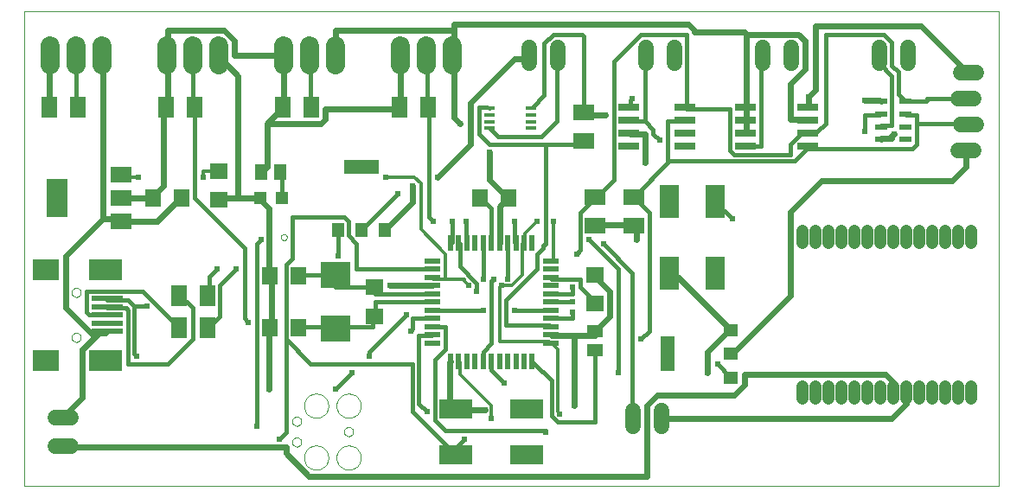
<source format=gtl>
G75*
%MOIN*%
%OFA0B0*%
%FSLAX24Y24*%
%IPPOS*%
%LPD*%
%AMOC8*
5,1,8,0,0,1.08239X$1,22.5*
%
%ADD10C,0.0000*%
%ADD11R,0.0472X0.0472*%
%ADD12R,0.0512X0.0591*%
%ADD13R,0.0709X0.0630*%
%ADD14R,0.0197X0.0591*%
%ADD15R,0.0591X0.0197*%
%ADD16R,0.1250X0.0750*%
%ADD17R,0.0630X0.0709*%
%ADD18R,0.0710X0.0630*%
%ADD19R,0.0630X0.0512*%
%ADD20R,0.1181X0.0984*%
%ADD21R,0.0984X0.0787*%
%ADD22R,0.1299X0.0787*%
%ADD23R,0.1220X0.0197*%
%ADD24R,0.0630X0.0787*%
%ADD25R,0.0790X0.0590*%
%ADD26R,0.0790X0.1500*%
%ADD27C,0.0476*%
%ADD28R,0.0750X0.1250*%
%ADD29C,0.0600*%
%ADD30R,0.0787X0.0630*%
%ADD31R,0.0800X0.0260*%
%ADD32R,0.0472X0.0197*%
%ADD33R,0.0551X0.0472*%
%ADD34R,0.0551X0.1378*%
%ADD35R,0.0472X0.0551*%
%ADD36R,0.1378X0.0551*%
%ADD37C,0.0740*%
%ADD38R,0.0394X0.0177*%
%ADD39C,0.0240*%
%ADD40C,0.0240*%
%ADD41C,0.0180*%
%ADD42C,0.0160*%
%ADD43C,0.0120*%
D10*
X003100Y000100D02*
X003100Y018396D01*
X040670Y018396D01*
X040670Y000100D01*
X003100Y000100D01*
X004923Y005834D02*
X004925Y005860D01*
X004931Y005886D01*
X004941Y005911D01*
X004954Y005934D01*
X004970Y005954D01*
X004990Y005972D01*
X005012Y005987D01*
X005035Y005999D01*
X005061Y006007D01*
X005087Y006011D01*
X005113Y006011D01*
X005139Y006007D01*
X005165Y005999D01*
X005189Y005987D01*
X005210Y005972D01*
X005230Y005954D01*
X005246Y005934D01*
X005259Y005911D01*
X005269Y005886D01*
X005275Y005860D01*
X005277Y005834D01*
X005275Y005808D01*
X005269Y005782D01*
X005259Y005757D01*
X005246Y005734D01*
X005230Y005714D01*
X005210Y005696D01*
X005188Y005681D01*
X005165Y005669D01*
X005139Y005661D01*
X005113Y005657D01*
X005087Y005657D01*
X005061Y005661D01*
X005035Y005669D01*
X005011Y005681D01*
X004990Y005696D01*
X004970Y005714D01*
X004954Y005734D01*
X004941Y005757D01*
X004931Y005782D01*
X004925Y005808D01*
X004923Y005834D01*
X004923Y007566D02*
X004925Y007592D01*
X004931Y007618D01*
X004941Y007643D01*
X004954Y007666D01*
X004970Y007686D01*
X004990Y007704D01*
X005012Y007719D01*
X005035Y007731D01*
X005061Y007739D01*
X005087Y007743D01*
X005113Y007743D01*
X005139Y007739D01*
X005165Y007731D01*
X005189Y007719D01*
X005210Y007704D01*
X005230Y007686D01*
X005246Y007666D01*
X005259Y007643D01*
X005269Y007618D01*
X005275Y007592D01*
X005277Y007566D01*
X005275Y007540D01*
X005269Y007514D01*
X005259Y007489D01*
X005246Y007466D01*
X005230Y007446D01*
X005210Y007428D01*
X005188Y007413D01*
X005165Y007401D01*
X005139Y007393D01*
X005113Y007389D01*
X005087Y007389D01*
X005061Y007393D01*
X005035Y007401D01*
X005011Y007413D01*
X004990Y007428D01*
X004970Y007446D01*
X004954Y007466D01*
X004941Y007489D01*
X004931Y007514D01*
X004925Y007540D01*
X004923Y007566D01*
X012982Y009700D02*
X012984Y009721D01*
X012990Y009741D01*
X012999Y009761D01*
X013011Y009778D01*
X013026Y009792D01*
X013044Y009804D01*
X013064Y009812D01*
X013084Y009817D01*
X013105Y009818D01*
X013126Y009815D01*
X013146Y009809D01*
X013165Y009798D01*
X013182Y009785D01*
X013195Y009769D01*
X013206Y009751D01*
X013214Y009731D01*
X013218Y009711D01*
X013218Y009689D01*
X013214Y009669D01*
X013206Y009649D01*
X013195Y009631D01*
X013182Y009615D01*
X013165Y009602D01*
X013146Y009591D01*
X013126Y009585D01*
X013105Y009582D01*
X013084Y009583D01*
X013064Y009588D01*
X013044Y009596D01*
X013026Y009608D01*
X013011Y009622D01*
X012999Y009639D01*
X012990Y009659D01*
X012984Y009679D01*
X012982Y009700D01*
X013883Y003200D02*
X013885Y003243D01*
X013891Y003286D01*
X013901Y003328D01*
X013915Y003369D01*
X013932Y003408D01*
X013953Y003446D01*
X013977Y003481D01*
X014005Y003515D01*
X014035Y003545D01*
X014069Y003573D01*
X014104Y003597D01*
X014142Y003618D01*
X014181Y003635D01*
X014222Y003649D01*
X014264Y003659D01*
X014307Y003665D01*
X014350Y003667D01*
X014393Y003665D01*
X014436Y003659D01*
X014478Y003649D01*
X014519Y003635D01*
X014558Y003618D01*
X014596Y003597D01*
X014631Y003573D01*
X014665Y003545D01*
X014695Y003515D01*
X014723Y003481D01*
X014747Y003446D01*
X014768Y003408D01*
X014785Y003369D01*
X014799Y003328D01*
X014809Y003286D01*
X014815Y003243D01*
X014817Y003200D01*
X014815Y003157D01*
X014809Y003114D01*
X014799Y003072D01*
X014785Y003031D01*
X014768Y002992D01*
X014747Y002954D01*
X014723Y002919D01*
X014695Y002885D01*
X014665Y002855D01*
X014631Y002827D01*
X014596Y002803D01*
X014558Y002782D01*
X014519Y002765D01*
X014478Y002751D01*
X014436Y002741D01*
X014393Y002735D01*
X014350Y002733D01*
X014307Y002735D01*
X014264Y002741D01*
X014222Y002751D01*
X014181Y002765D01*
X014142Y002782D01*
X014104Y002803D01*
X014069Y002827D01*
X014035Y002855D01*
X014005Y002885D01*
X013977Y002919D01*
X013953Y002954D01*
X013932Y002992D01*
X013915Y003031D01*
X013901Y003072D01*
X013891Y003114D01*
X013885Y003157D01*
X013883Y003200D01*
X013425Y002600D02*
X013427Y002626D01*
X013433Y002652D01*
X013442Y002676D01*
X013455Y002699D01*
X013472Y002719D01*
X013491Y002737D01*
X013513Y002752D01*
X013536Y002763D01*
X013561Y002771D01*
X013587Y002775D01*
X013613Y002775D01*
X013639Y002771D01*
X013664Y002763D01*
X013688Y002752D01*
X013709Y002737D01*
X013728Y002719D01*
X013745Y002699D01*
X013758Y002676D01*
X013767Y002652D01*
X013773Y002626D01*
X013775Y002600D01*
X013773Y002574D01*
X013767Y002548D01*
X013758Y002524D01*
X013745Y002501D01*
X013728Y002481D01*
X013709Y002463D01*
X013687Y002448D01*
X013664Y002437D01*
X013639Y002429D01*
X013613Y002425D01*
X013587Y002425D01*
X013561Y002429D01*
X013536Y002437D01*
X013512Y002448D01*
X013491Y002463D01*
X013472Y002481D01*
X013455Y002501D01*
X013442Y002524D01*
X013433Y002548D01*
X013427Y002574D01*
X013425Y002600D01*
X013425Y001800D02*
X013427Y001826D01*
X013433Y001852D01*
X013442Y001876D01*
X013455Y001899D01*
X013472Y001919D01*
X013491Y001937D01*
X013513Y001952D01*
X013536Y001963D01*
X013561Y001971D01*
X013587Y001975D01*
X013613Y001975D01*
X013639Y001971D01*
X013664Y001963D01*
X013688Y001952D01*
X013709Y001937D01*
X013728Y001919D01*
X013745Y001899D01*
X013758Y001876D01*
X013767Y001852D01*
X013773Y001826D01*
X013775Y001800D01*
X013773Y001774D01*
X013767Y001748D01*
X013758Y001724D01*
X013745Y001701D01*
X013728Y001681D01*
X013709Y001663D01*
X013687Y001648D01*
X013664Y001637D01*
X013639Y001629D01*
X013613Y001625D01*
X013587Y001625D01*
X013561Y001629D01*
X013536Y001637D01*
X013512Y001648D01*
X013491Y001663D01*
X013472Y001681D01*
X013455Y001701D01*
X013442Y001724D01*
X013433Y001748D01*
X013427Y001774D01*
X013425Y001800D01*
X013883Y001200D02*
X013885Y001243D01*
X013891Y001286D01*
X013901Y001328D01*
X013915Y001369D01*
X013932Y001408D01*
X013953Y001446D01*
X013977Y001481D01*
X014005Y001515D01*
X014035Y001545D01*
X014069Y001573D01*
X014104Y001597D01*
X014142Y001618D01*
X014181Y001635D01*
X014222Y001649D01*
X014264Y001659D01*
X014307Y001665D01*
X014350Y001667D01*
X014393Y001665D01*
X014436Y001659D01*
X014478Y001649D01*
X014519Y001635D01*
X014558Y001618D01*
X014596Y001597D01*
X014631Y001573D01*
X014665Y001545D01*
X014695Y001515D01*
X014723Y001481D01*
X014747Y001446D01*
X014768Y001408D01*
X014785Y001369D01*
X014799Y001328D01*
X014809Y001286D01*
X014815Y001243D01*
X014817Y001200D01*
X014815Y001157D01*
X014809Y001114D01*
X014799Y001072D01*
X014785Y001031D01*
X014768Y000992D01*
X014747Y000954D01*
X014723Y000919D01*
X014695Y000885D01*
X014665Y000855D01*
X014631Y000827D01*
X014596Y000803D01*
X014558Y000782D01*
X014519Y000765D01*
X014478Y000751D01*
X014436Y000741D01*
X014393Y000735D01*
X014350Y000733D01*
X014307Y000735D01*
X014264Y000741D01*
X014222Y000751D01*
X014181Y000765D01*
X014142Y000782D01*
X014104Y000803D01*
X014069Y000827D01*
X014035Y000855D01*
X014005Y000885D01*
X013977Y000919D01*
X013953Y000954D01*
X013932Y000992D01*
X013915Y001031D01*
X013901Y001072D01*
X013891Y001114D01*
X013885Y001157D01*
X013883Y001200D01*
X015133Y001200D02*
X015135Y001243D01*
X015141Y001286D01*
X015151Y001328D01*
X015165Y001369D01*
X015182Y001408D01*
X015203Y001446D01*
X015227Y001481D01*
X015255Y001515D01*
X015285Y001545D01*
X015319Y001573D01*
X015354Y001597D01*
X015392Y001618D01*
X015431Y001635D01*
X015472Y001649D01*
X015514Y001659D01*
X015557Y001665D01*
X015600Y001667D01*
X015643Y001665D01*
X015686Y001659D01*
X015728Y001649D01*
X015769Y001635D01*
X015808Y001618D01*
X015846Y001597D01*
X015881Y001573D01*
X015915Y001545D01*
X015945Y001515D01*
X015973Y001481D01*
X015997Y001446D01*
X016018Y001408D01*
X016035Y001369D01*
X016049Y001328D01*
X016059Y001286D01*
X016065Y001243D01*
X016067Y001200D01*
X016065Y001157D01*
X016059Y001114D01*
X016049Y001072D01*
X016035Y001031D01*
X016018Y000992D01*
X015997Y000954D01*
X015973Y000919D01*
X015945Y000885D01*
X015915Y000855D01*
X015881Y000827D01*
X015846Y000803D01*
X015808Y000782D01*
X015769Y000765D01*
X015728Y000751D01*
X015686Y000741D01*
X015643Y000735D01*
X015600Y000733D01*
X015557Y000735D01*
X015514Y000741D01*
X015472Y000751D01*
X015431Y000765D01*
X015392Y000782D01*
X015354Y000803D01*
X015319Y000827D01*
X015285Y000855D01*
X015255Y000885D01*
X015227Y000919D01*
X015203Y000954D01*
X015182Y000992D01*
X015165Y001031D01*
X015151Y001072D01*
X015141Y001114D01*
X015135Y001157D01*
X015133Y001200D01*
X015425Y002200D02*
X015427Y002226D01*
X015433Y002252D01*
X015442Y002276D01*
X015455Y002299D01*
X015472Y002319D01*
X015491Y002337D01*
X015513Y002352D01*
X015536Y002363D01*
X015561Y002371D01*
X015587Y002375D01*
X015613Y002375D01*
X015639Y002371D01*
X015664Y002363D01*
X015688Y002352D01*
X015709Y002337D01*
X015728Y002319D01*
X015745Y002299D01*
X015758Y002276D01*
X015767Y002252D01*
X015773Y002226D01*
X015775Y002200D01*
X015773Y002174D01*
X015767Y002148D01*
X015758Y002124D01*
X015745Y002101D01*
X015728Y002081D01*
X015709Y002063D01*
X015687Y002048D01*
X015664Y002037D01*
X015639Y002029D01*
X015613Y002025D01*
X015587Y002025D01*
X015561Y002029D01*
X015536Y002037D01*
X015512Y002048D01*
X015491Y002063D01*
X015472Y002081D01*
X015455Y002101D01*
X015442Y002124D01*
X015433Y002148D01*
X015427Y002174D01*
X015425Y002200D01*
X015133Y003200D02*
X015135Y003243D01*
X015141Y003286D01*
X015151Y003328D01*
X015165Y003369D01*
X015182Y003408D01*
X015203Y003446D01*
X015227Y003481D01*
X015255Y003515D01*
X015285Y003545D01*
X015319Y003573D01*
X015354Y003597D01*
X015392Y003618D01*
X015431Y003635D01*
X015472Y003649D01*
X015514Y003659D01*
X015557Y003665D01*
X015600Y003667D01*
X015643Y003665D01*
X015686Y003659D01*
X015728Y003649D01*
X015769Y003635D01*
X015808Y003618D01*
X015846Y003597D01*
X015881Y003573D01*
X015915Y003545D01*
X015945Y003515D01*
X015973Y003481D01*
X015997Y003446D01*
X016018Y003408D01*
X016035Y003369D01*
X016049Y003328D01*
X016059Y003286D01*
X016065Y003243D01*
X016067Y003200D01*
X016065Y003157D01*
X016059Y003114D01*
X016049Y003072D01*
X016035Y003031D01*
X016018Y002992D01*
X015997Y002954D01*
X015973Y002919D01*
X015945Y002885D01*
X015915Y002855D01*
X015881Y002827D01*
X015846Y002803D01*
X015808Y002782D01*
X015769Y002765D01*
X015728Y002751D01*
X015686Y002741D01*
X015643Y002735D01*
X015600Y002733D01*
X015557Y002735D01*
X015514Y002741D01*
X015472Y002751D01*
X015431Y002765D01*
X015392Y002782D01*
X015354Y002803D01*
X015319Y002827D01*
X015285Y002855D01*
X015255Y002885D01*
X015227Y002919D01*
X015203Y002954D01*
X015182Y002992D01*
X015165Y003031D01*
X015151Y003072D01*
X015141Y003114D01*
X015135Y003157D01*
X015133Y003200D01*
D11*
X013013Y011200D03*
X012187Y011200D03*
D12*
X012226Y012200D03*
X012974Y012200D03*
D13*
X010600Y012251D03*
X010600Y011149D03*
X025100Y008251D03*
X025100Y007149D03*
D14*
X022675Y004917D03*
X022360Y004917D03*
X022045Y004917D03*
X021730Y004917D03*
X021415Y004917D03*
X021100Y004917D03*
X020785Y004917D03*
X020470Y004917D03*
X020155Y004917D03*
X019840Y004917D03*
X019525Y004917D03*
X019525Y009483D03*
X019840Y009483D03*
X020155Y009483D03*
X020470Y009483D03*
X020785Y009483D03*
X021100Y009483D03*
X021415Y009483D03*
X021730Y009483D03*
X022045Y009483D03*
X022360Y009483D03*
X022675Y009483D03*
D15*
X023383Y008775D03*
X023383Y008460D03*
X023383Y008145D03*
X023383Y007830D03*
X023383Y007515D03*
X023383Y007200D03*
X023383Y006885D03*
X023383Y006570D03*
X023383Y006255D03*
X023383Y005940D03*
X023383Y005625D03*
X018817Y005625D03*
X018817Y005940D03*
X018817Y006255D03*
X018817Y006570D03*
X018817Y006885D03*
X018817Y007200D03*
X018817Y007515D03*
X018817Y007830D03*
X018817Y008145D03*
X018817Y008460D03*
X018817Y008775D03*
D16*
X019725Y003075D03*
X019725Y001325D03*
X022475Y001325D03*
X022475Y003075D03*
D17*
X013651Y006200D03*
X012549Y006200D03*
X012549Y008200D03*
X013651Y008200D03*
X009151Y011200D03*
X008049Y011200D03*
X020674Y011200D03*
X021776Y011200D03*
D18*
X016600Y007760D03*
X016600Y006640D03*
D19*
X025100Y006074D03*
X025100Y005326D03*
D20*
X015100Y006190D03*
X015100Y008249D03*
D21*
X003919Y008452D03*
X003919Y004948D03*
D22*
X006242Y004948D03*
X006242Y008452D03*
D23*
X006281Y007330D03*
X006281Y007015D03*
X006281Y006700D03*
X006281Y006385D03*
X006281Y006070D03*
D24*
X009049Y006200D03*
X010151Y006200D03*
X010151Y007450D03*
X009049Y007450D03*
X008549Y014700D03*
X009651Y014700D03*
X013049Y014700D03*
X014151Y014700D03*
X017549Y014700D03*
X018651Y014700D03*
X005151Y014700D03*
X004049Y014700D03*
D25*
X006840Y012110D03*
X006840Y011210D03*
X006840Y010310D03*
D26*
X004360Y011200D03*
D27*
X033100Y009938D02*
X033100Y009462D01*
X033600Y009462D02*
X033600Y009938D01*
X034100Y009938D02*
X034100Y009462D01*
X034600Y009462D02*
X034600Y009938D01*
X035100Y009938D02*
X035100Y009462D01*
X035600Y009462D02*
X035600Y009938D01*
X036100Y009938D02*
X036100Y009462D01*
X036600Y009462D02*
X036600Y009938D01*
X037100Y009938D02*
X037100Y009462D01*
X037600Y009462D02*
X037600Y009938D01*
X038100Y009938D02*
X038100Y009462D01*
X038600Y009462D02*
X038600Y009938D01*
X039100Y009938D02*
X039100Y009462D01*
X039600Y009462D02*
X039600Y009938D01*
X039600Y003938D02*
X039600Y003462D01*
X039100Y003462D02*
X039100Y003938D01*
X038600Y003938D02*
X038600Y003462D01*
X038100Y003462D02*
X038100Y003938D01*
X037600Y003938D02*
X037600Y003462D01*
X037100Y003462D02*
X037100Y003938D01*
X036600Y003938D02*
X036600Y003462D01*
X036100Y003462D02*
X036100Y003938D01*
X035600Y003938D02*
X035600Y003462D01*
X035100Y003462D02*
X035100Y003938D01*
X034600Y003938D02*
X034600Y003462D01*
X034100Y003462D02*
X034100Y003938D01*
X033600Y003938D02*
X033600Y003462D01*
X033100Y003462D02*
X033100Y003938D01*
D28*
X029725Y008325D03*
X027975Y008325D03*
X027975Y011075D03*
X029725Y011075D03*
D29*
X028150Y016400D02*
X028150Y017000D01*
X027050Y017000D02*
X027050Y016400D01*
X023650Y016400D02*
X023650Y017000D01*
X022550Y017000D02*
X022550Y016400D01*
X031550Y016400D02*
X031550Y017000D01*
X032650Y017000D02*
X032650Y016400D01*
X036050Y016400D02*
X036050Y017000D01*
X037150Y017000D02*
X037150Y016400D01*
X039180Y016040D02*
X039780Y016040D01*
X039680Y015040D02*
X039080Y015040D01*
X039180Y014040D02*
X039780Y014040D01*
X039680Y013040D02*
X039080Y013040D01*
X027650Y003000D02*
X027650Y002400D01*
X026550Y002400D02*
X026550Y003000D01*
X004900Y002750D02*
X004300Y002750D01*
X004300Y001650D02*
X004900Y001650D01*
D30*
X024660Y013409D03*
X024660Y014511D03*
X025100Y011251D03*
X025100Y010149D03*
X026600Y010149D03*
X026600Y011251D03*
D31*
X026390Y013200D03*
X026390Y013700D03*
X026390Y014200D03*
X026390Y014700D03*
X028560Y014700D03*
X028560Y014200D03*
X028560Y013700D03*
X028560Y013200D03*
X030890Y013200D03*
X030890Y013700D03*
X030890Y014200D03*
X030890Y014700D03*
X033310Y014700D03*
X033310Y014200D03*
X033310Y013700D03*
X033310Y013200D03*
D32*
X036128Y013462D03*
X036128Y013954D03*
X036128Y014446D03*
X036128Y014938D03*
X037072Y014938D03*
X037072Y014446D03*
X037072Y013954D03*
X037072Y013462D03*
D33*
X030320Y006110D03*
X030320Y005200D03*
X030320Y004290D03*
D34*
X027880Y005200D03*
D35*
X017010Y009980D03*
X016100Y009980D03*
X015190Y009980D03*
D36*
X016100Y012420D03*
D37*
X015100Y016330D02*
X015100Y017070D01*
X014100Y017070D02*
X014100Y016330D01*
X013100Y016330D02*
X013100Y017070D01*
X010600Y017070D02*
X010600Y016330D01*
X009600Y016330D02*
X009600Y017070D01*
X008600Y017070D02*
X008600Y016330D01*
X006100Y016330D02*
X006100Y017070D01*
X005100Y017070D02*
X005100Y016330D01*
X004100Y016330D02*
X004100Y017070D01*
X017600Y017070D02*
X017600Y016330D01*
X018600Y016330D02*
X018600Y017070D01*
X019600Y017070D02*
X019600Y016330D01*
D38*
X021013Y014664D03*
X021013Y014408D03*
X021013Y014152D03*
X021013Y013896D03*
X022627Y013896D03*
X022627Y014152D03*
X022627Y014408D03*
X022627Y014664D03*
D39*
X021980Y016560D02*
X020300Y014880D01*
X020300Y013280D01*
X019020Y012000D01*
X018060Y011680D02*
X018060Y011040D01*
X017020Y010000D01*
X017010Y009980D01*
X017180Y007840D02*
X018780Y007840D01*
X018817Y007830D01*
X021415Y009483D02*
X021420Y009520D01*
X021420Y010880D01*
X021740Y011200D01*
X021776Y011200D01*
X021660Y011280D01*
X021020Y011920D01*
X021020Y012960D01*
X019900Y014080D02*
X019660Y014320D01*
X019660Y016640D01*
X019600Y016700D01*
X019660Y016800D01*
X019660Y017680D01*
X015100Y017680D01*
X015100Y016700D01*
X013100Y016700D02*
X013020Y016720D01*
X011180Y016720D01*
X011180Y017280D01*
X010780Y017680D01*
X008620Y017680D01*
X008620Y016800D01*
X008600Y016700D01*
X008620Y016640D01*
X008620Y014720D01*
X008549Y014700D01*
X008460Y014640D01*
X008460Y011680D01*
X008060Y011280D01*
X008049Y011200D01*
X006860Y011200D01*
X006840Y011210D01*
X006780Y010400D02*
X006140Y010400D01*
X004700Y008960D01*
X004700Y006960D01*
X005820Y005840D01*
X005340Y005360D01*
X005340Y003520D01*
X004620Y002800D01*
X004600Y002750D01*
X004600Y001650D02*
X004620Y001600D01*
X013180Y001600D01*
X013180Y001360D01*
X014060Y000480D01*
X027100Y000480D01*
X027100Y003200D01*
X027500Y003600D01*
X030460Y003600D01*
X030860Y004000D01*
X030860Y004400D01*
X036300Y004400D01*
X036620Y004080D01*
X036620Y003760D01*
X036600Y003700D01*
X037100Y003700D02*
X037100Y003280D01*
X036540Y002720D01*
X027740Y002720D01*
X027650Y002700D01*
X027660Y002640D01*
X029420Y004480D02*
X029420Y005280D01*
X030220Y006080D01*
X030320Y006110D01*
X030300Y006160D01*
X028140Y008320D01*
X027980Y008320D01*
X027975Y008325D01*
X026700Y009600D02*
X026700Y010080D01*
X026600Y010149D01*
X026540Y010160D01*
X025100Y010160D01*
X025100Y010149D01*
X025100Y008251D02*
X025100Y008160D01*
X025660Y007600D01*
X025660Y006640D01*
X025180Y006160D01*
X025100Y006074D01*
X025100Y005920D01*
X024300Y005920D01*
X024300Y003200D01*
X020860Y003040D02*
X019820Y003040D01*
X019725Y003075D01*
X019660Y003120D01*
X019500Y003280D01*
X019500Y004880D01*
X019525Y004917D01*
X023383Y005940D02*
X023420Y005920D01*
X024300Y005920D01*
X030320Y005200D02*
X030380Y005200D01*
X032620Y007440D01*
X032620Y010680D01*
X033820Y011880D01*
X038860Y011880D01*
X039380Y012400D01*
X039380Y013040D01*
X039340Y013040D01*
X036620Y013680D02*
X036540Y013600D01*
X036540Y013520D01*
X036140Y013520D01*
X036128Y013462D01*
X036128Y014938D02*
X036060Y014960D01*
X035500Y014960D01*
X033580Y015360D02*
X033340Y015120D01*
X033340Y014720D01*
X033310Y014700D01*
X033260Y014240D02*
X033310Y014200D01*
X033260Y014240D02*
X032620Y014240D01*
X032620Y015600D01*
X033180Y016160D01*
X033180Y017280D01*
X032940Y017520D01*
X030940Y017520D01*
X030860Y017600D01*
X028940Y017600D01*
X028940Y017680D01*
X028700Y017920D01*
X019660Y017920D01*
X019660Y017680D01*
X017600Y016700D02*
X017580Y016640D01*
X017580Y014720D01*
X017549Y014700D01*
X017500Y014640D01*
X014700Y014640D01*
X014700Y014240D01*
X014540Y014080D01*
X012620Y014080D01*
X012540Y014160D01*
X012460Y014080D01*
X012460Y012400D01*
X012300Y012240D01*
X012226Y012200D01*
X012187Y011200D02*
X011340Y011200D01*
X011340Y015920D01*
X010620Y016640D01*
X010600Y016700D01*
X013100Y016700D02*
X013100Y014800D01*
X013049Y014700D01*
X013020Y014640D01*
X012540Y014160D01*
X012187Y011200D02*
X012220Y011120D01*
X012540Y010800D01*
X012540Y008320D01*
X012549Y008200D01*
X012620Y008160D01*
X012620Y006240D01*
X012549Y006200D01*
X012540Y006080D01*
X012540Y003840D01*
X006281Y006070D02*
X006220Y006000D01*
X005980Y006000D01*
X005820Y005840D01*
X006140Y010400D02*
X006140Y016640D01*
X006100Y016700D01*
X004100Y016700D02*
X004060Y016640D01*
X004060Y014720D01*
X004049Y014700D01*
X008220Y010320D02*
X009100Y011200D01*
X009151Y011200D01*
X008220Y010320D02*
X006860Y010320D01*
X006840Y010310D01*
X006780Y010400D01*
X010600Y011149D02*
X010620Y011200D01*
X011340Y011200D01*
X021980Y016560D02*
X022460Y016560D01*
X022550Y016700D01*
X022540Y016640D01*
X024620Y014560D02*
X024660Y014511D01*
X024700Y014400D01*
X025500Y014400D01*
X026390Y013700D02*
X026460Y013680D01*
X027020Y013680D01*
X027020Y012560D01*
X030890Y013700D02*
X030940Y013760D01*
X030940Y014160D01*
X030890Y014200D01*
X030940Y014240D01*
X030940Y014640D01*
X030890Y014700D01*
X030940Y014800D01*
X030940Y017520D01*
X033580Y017840D02*
X033580Y015360D01*
X033580Y017840D02*
X037660Y017840D01*
X039420Y016080D01*
X039480Y016040D01*
D40*
X036620Y013680D03*
X035500Y013760D03*
X035500Y014960D03*
X033340Y015120D03*
X027580Y013440D03*
X027020Y012560D03*
X025500Y014400D03*
X026540Y015040D03*
X021020Y012960D03*
X019900Y014080D03*
X019020Y012000D03*
X018060Y011680D03*
X017500Y011360D03*
X017020Y012000D03*
X018860Y010320D03*
X019580Y010320D03*
X020140Y010320D03*
X021980Y010320D03*
X022860Y010320D03*
X023500Y010320D03*
X024860Y009600D03*
X025420Y009440D03*
X024380Y009040D03*
X024220Y007760D03*
X024220Y007200D03*
X024220Y006800D03*
X021980Y006880D03*
X020780Y006880D03*
X020540Y007600D03*
X020220Y007840D03*
X020780Y008080D03*
X021180Y008080D03*
X021500Y007840D03*
X021740Y008080D03*
X017980Y006080D03*
X017820Y006720D03*
X017180Y007840D03*
X015180Y008960D03*
X012220Y009600D03*
X011260Y008480D03*
X010540Y008480D03*
X007820Y007040D03*
X007420Y005120D03*
X011740Y006400D03*
X012540Y003840D03*
X012060Y002400D03*
X012940Y001920D03*
X015100Y003840D03*
X015740Y004480D03*
X016380Y005120D03*
X018620Y002960D03*
X020060Y001920D03*
X021100Y002720D03*
X020860Y003040D03*
X021580Y004080D03*
X023740Y002880D03*
X024300Y003200D03*
X023180Y002160D03*
X025980Y004480D03*
X026860Y005760D03*
X029420Y004480D03*
X029820Y004800D03*
X026700Y009600D03*
X030380Y010400D03*
X009980Y012000D03*
X007500Y012000D03*
D41*
X009660Y011200D02*
X009660Y014640D01*
X009651Y014700D01*
X009580Y014720D01*
X009580Y016640D01*
X009600Y016700D01*
X005100Y016700D02*
X005100Y014720D01*
X005151Y014700D01*
X009660Y011200D02*
X011580Y009280D01*
X011580Y006560D01*
X011740Y006400D01*
X010620Y006640D02*
X010220Y006240D01*
X010151Y006200D01*
X010620Y006640D02*
X010620Y007840D01*
X011260Y008480D01*
X010540Y008480D02*
X010220Y008160D01*
X010220Y007520D01*
X010151Y007450D01*
X009580Y006960D02*
X009580Y005760D01*
X008620Y004800D01*
X007100Y004800D01*
X007100Y006880D01*
X007020Y006960D01*
X006300Y006960D01*
X006281Y007015D01*
X006300Y007280D02*
X006281Y007330D01*
X006300Y007280D02*
X007100Y007280D01*
X007340Y007040D01*
X007820Y007040D01*
X007340Y007040D02*
X007340Y005200D01*
X007420Y005120D01*
X009020Y006240D02*
X009049Y006200D01*
X009020Y006240D02*
X007660Y007600D01*
X005500Y007600D01*
X005500Y006800D01*
X005580Y006720D01*
X006220Y006720D01*
X006281Y006700D01*
X009049Y007450D02*
X009100Y007440D01*
X009580Y006960D01*
X012060Y009440D02*
X012060Y002400D01*
X012940Y001920D02*
X013180Y002160D01*
X013180Y005760D01*
X014140Y004800D01*
X018060Y004800D01*
X018060Y002960D01*
X019660Y001360D01*
X019725Y001325D01*
X019660Y001440D01*
X019660Y001520D01*
X020060Y001920D01*
X019340Y002240D02*
X023180Y002240D01*
X023180Y002160D01*
X023660Y002560D02*
X025100Y002560D01*
X025100Y005326D01*
X025980Y004480D02*
X025980Y008480D01*
X024860Y009600D01*
X024540Y009200D02*
X024540Y010640D01*
X025100Y011200D01*
X025100Y011251D01*
X025180Y011280D01*
X025820Y011920D01*
X025820Y016480D01*
X026860Y017520D01*
X028620Y017520D01*
X028620Y014720D01*
X028560Y014700D01*
X028620Y014640D01*
X030300Y014640D01*
X030300Y013040D01*
X030460Y012880D01*
X032620Y012880D01*
X032620Y013280D01*
X033020Y013680D01*
X033260Y013680D01*
X033310Y013700D01*
X033340Y013760D01*
X033660Y013760D01*
X033980Y014080D01*
X033980Y017520D01*
X036220Y017520D01*
X036540Y017200D01*
X036540Y016320D01*
X036780Y016080D01*
X036780Y015200D01*
X037020Y014960D01*
X037072Y014938D01*
X037072Y014446D02*
X037100Y014400D01*
X037500Y014400D01*
X037500Y014080D01*
X039420Y014080D01*
X039480Y014040D01*
X039380Y015040D02*
X037900Y015040D01*
X037900Y014960D01*
X037862Y014938D01*
X037500Y014080D02*
X037500Y013280D01*
X037340Y013120D01*
X033340Y013120D01*
X033340Y013200D01*
X033310Y013200D01*
X033260Y013120D01*
X032780Y012640D01*
X027900Y012640D01*
X027900Y014160D01*
X028540Y014160D01*
X028560Y014200D01*
X027580Y013440D02*
X027340Y013680D01*
X027340Y013840D01*
X027020Y014160D01*
X027020Y016640D01*
X027050Y016700D01*
X026540Y015040D02*
X026460Y014960D01*
X026460Y014720D01*
X026390Y014700D01*
X026390Y014200D02*
X026460Y014160D01*
X027020Y014160D01*
X027900Y012640D02*
X027900Y012560D01*
X026620Y011280D01*
X026600Y011251D01*
X026620Y011200D01*
X027180Y010640D01*
X027180Y006080D01*
X026860Y005760D01*
X025100Y007149D02*
X025100Y007200D01*
X024540Y007760D01*
X024540Y008080D01*
X023420Y008080D01*
X023383Y008145D01*
X022860Y008480D02*
X022860Y009040D01*
X023100Y009280D01*
X023100Y009360D01*
X023180Y009440D01*
X023180Y013280D01*
X021020Y013280D01*
X020620Y013680D01*
X020620Y014720D01*
X020940Y014720D01*
X021013Y014664D01*
X018700Y014640D02*
X018651Y014700D01*
X018620Y014720D01*
X018620Y016640D01*
X018600Y016700D01*
X018700Y014640D02*
X018700Y010480D01*
X018860Y010320D01*
X019580Y010320D02*
X019580Y009520D01*
X019525Y009483D01*
X019840Y009483D02*
X019900Y009440D01*
X019900Y008560D01*
X020540Y007920D01*
X020540Y007600D01*
X020780Y008080D02*
X020780Y009440D01*
X020785Y009483D01*
X021100Y009483D02*
X021100Y010800D01*
X020700Y011200D01*
X020674Y011200D01*
X020140Y010320D02*
X020140Y009520D01*
X020155Y009483D01*
X018817Y008460D02*
X018780Y008480D01*
X015900Y008480D01*
X015900Y009440D01*
X015580Y009760D01*
X015580Y010320D01*
X015420Y010480D01*
X013420Y010480D01*
X013420Y008880D01*
X013180Y008640D01*
X013180Y005760D01*
X013651Y006200D02*
X013660Y006240D01*
X015100Y006240D01*
X015100Y006190D01*
X015180Y006240D01*
X016540Y006240D01*
X016540Y006640D01*
X016600Y006640D01*
X016620Y006720D01*
X016620Y007200D01*
X018817Y007200D01*
X018817Y007515D02*
X018780Y007520D01*
X016620Y007520D01*
X016620Y007680D01*
X016600Y007760D01*
X016540Y007760D01*
X015100Y007760D01*
X015100Y008249D01*
X015100Y008240D01*
X013660Y008240D01*
X013651Y008200D01*
X015180Y008960D02*
X015180Y009920D01*
X015190Y009980D01*
X016100Y009980D02*
X016140Y010000D01*
X017500Y011360D01*
X013020Y011200D02*
X013013Y011200D01*
X013020Y011200D02*
X013020Y012160D01*
X012974Y012200D01*
X014151Y014700D02*
X014140Y014720D01*
X014140Y016640D01*
X014100Y016700D01*
X023180Y013280D02*
X024620Y013280D01*
X024620Y013360D01*
X024660Y013409D01*
X021980Y010320D02*
X021980Y009520D01*
X022045Y009483D01*
X021740Y009440D02*
X021730Y009483D01*
X021740Y009440D02*
X021740Y008080D01*
X021180Y008080D02*
X021100Y008000D01*
X021100Y005600D01*
X020780Y005280D01*
X020780Y004960D01*
X020785Y004917D01*
X021100Y004917D02*
X021100Y004560D01*
X021580Y004080D01*
X022700Y004880D02*
X022675Y004917D01*
X022700Y004880D02*
X023420Y004160D01*
X023420Y002800D01*
X023660Y002560D01*
X026540Y002720D02*
X026550Y002700D01*
X026540Y002720D02*
X026540Y008320D01*
X025420Y009440D01*
X024540Y009200D02*
X024380Y009040D01*
X022860Y008480D02*
X021660Y007280D01*
X021660Y006320D01*
X023340Y006320D01*
X023383Y006255D01*
X023420Y006560D02*
X023383Y006570D01*
X023420Y006560D02*
X024220Y006560D01*
X024220Y006800D01*
X024220Y007200D02*
X023383Y007200D01*
X023383Y006885D02*
X023340Y006880D01*
X021980Y006880D01*
X020780Y006880D02*
X018860Y006880D01*
X018817Y006885D01*
X018817Y006570D02*
X018780Y006560D01*
X018060Y006560D01*
X018060Y006160D01*
X017980Y006080D01*
X018300Y005920D02*
X018300Y003280D01*
X018620Y002960D01*
X018940Y002640D02*
X019340Y002240D01*
X018940Y002640D02*
X018940Y004960D01*
X019340Y005360D01*
X019340Y006240D01*
X018860Y006240D01*
X018817Y006255D01*
X018817Y005940D02*
X018780Y005920D01*
X018300Y005920D01*
X017820Y006720D02*
X016380Y005280D01*
X016380Y005120D01*
X015740Y004480D02*
X015100Y003840D01*
X012060Y009440D02*
X012220Y009600D01*
X023383Y007515D02*
X023420Y007520D01*
X024220Y007520D01*
X024220Y007760D01*
X029820Y004800D02*
X030300Y004320D01*
X030320Y004290D01*
X030380Y010400D02*
X029740Y011040D01*
X029725Y011075D01*
X030890Y013200D02*
X031500Y013200D01*
X031500Y016640D01*
X031550Y016700D01*
X035500Y014400D02*
X035500Y013760D01*
X036128Y013954D02*
X036140Y014000D01*
X036540Y014000D01*
X036540Y015920D01*
X036060Y016400D01*
X036060Y016640D01*
X036050Y016700D01*
X036128Y014446D02*
X036060Y014400D01*
X035500Y014400D01*
D42*
X037072Y014938D02*
X037862Y014938D01*
X024660Y014511D02*
X024660Y017440D01*
X024580Y017520D01*
X023500Y017520D01*
X023140Y017160D01*
X023140Y015160D01*
X022700Y014720D01*
X023620Y014160D02*
X023020Y013560D01*
X021349Y013560D01*
X021013Y013896D01*
X023620Y014160D02*
X023620Y016670D01*
X023650Y016700D01*
D43*
X018380Y011760D02*
X018140Y012000D01*
X017020Y012000D01*
X018380Y011760D02*
X018380Y010000D01*
X019340Y009040D01*
X019340Y008080D01*
X018860Y008080D01*
X018817Y008145D01*
X019340Y008080D02*
X020060Y008080D01*
X020060Y008000D01*
X020220Y007840D01*
X021420Y007760D02*
X021500Y007840D01*
X021900Y007840D01*
X022300Y008240D01*
X022300Y009440D01*
X022360Y009483D01*
X022380Y009520D01*
X022380Y009840D01*
X022860Y010320D01*
X023500Y010320D02*
X023500Y008880D01*
X023420Y008800D01*
X023383Y008775D01*
X021420Y007760D02*
X021420Y005680D01*
X023340Y005680D01*
X023383Y005625D01*
X023420Y005600D01*
X023660Y005360D01*
X023660Y002960D01*
X023740Y002880D01*
X021100Y002720D02*
X021100Y003200D01*
X019900Y004400D01*
X019900Y004880D01*
X019840Y004917D01*
X009980Y012000D02*
X009980Y012240D01*
X010540Y012240D01*
X010600Y012251D01*
X007500Y012000D02*
X006860Y012000D01*
X006860Y012080D01*
X006840Y012110D01*
M02*

</source>
